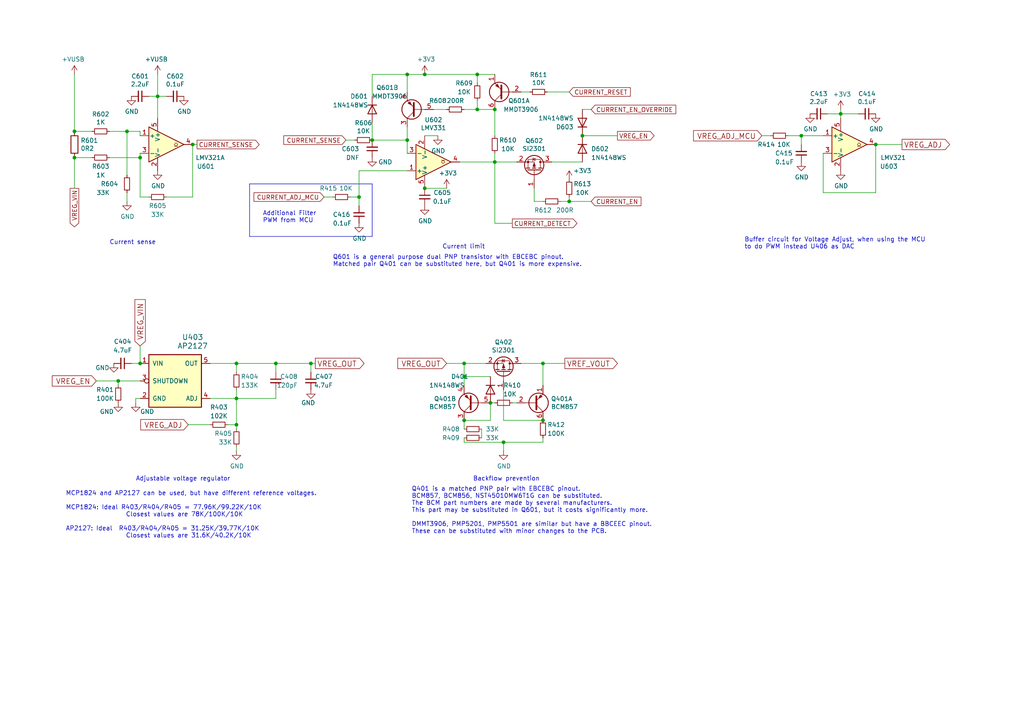
<source format=kicad_sch>
(kicad_sch (version 20230121) (generator eeschema)
  (paper "A4")
  (lib_symbols
    (symbol "BusPirate-5-rev10-rescue:+3.3V-power" (power) (pin_names (offset 0))
      (property "Value" "+3.3V-power" (at 0 3.556 0))
      (symbol "+3.3V-power_0_1"
        (polyline (pts (xy -0.762 1.27) (xy 0 2.54)))
        (polyline (pts (xy 0 0) (xy 0 2.54)))
        (polyline (pts (xy 0 2.54) (xy 0.762 1.27)))
      )
      (symbol "+3.3V-power_1_1"
        (pin power_in line (at 0 0 90) (length 0) hide (name "+3V3") (number "1"))
      )
    )
    (symbol "Comparator:LMV331" (pin_names (offset 0.127))
      (property "Reference" "U" (at 1.27 5.08 0))
      (property "Value" "LMV331" (at 3.81 -5.08 0))
      (symbol "LMV331_0_1"
        (polyline (pts (xy -5.08 5.08) (xy 5.08 0) (xy -5.08 -5.08) (xy -5.08 5.08)) (stroke (width 0.254)) (fill (type background)))
        (polyline (pts (xy 3.302 -0.508) (xy 2.794 -0.508) (xy 3.302 0) (xy 2.794 0.508) (xy 2.286 0) (xy 2.794 -0.508) (xy 2.286 -0.508)) (stroke (width 0.127)))
      )
      (symbol "LMV331_1_1"
        (pin input line (at -7.62 2.54 0) (length 2.54) (name "+") (number "1"))
        (pin power_in line (at -2.54 -7.62 90) (length 3.81) (name "V-") (number "2"))
        (pin input line (at -7.62 -2.54 0) (length 2.54) (name "-") (number "3"))
        (pin open_collector line (at 7.62 0 180) (length 2.54) (name "~") (number "4"))
        (pin power_in line (at -2.54 7.62 270) (length 3.81) (name "V+") (number "5"))
      )
    )
    (symbol "Device:C_Small" (pin_numbers hide) (pin_names (offset 0.254) hide)
      (property "Reference" "C" (at 0.254 1.778 0))
      (property "Value" "C_Small" (at 0.254 -2.032 0))
      (symbol "C_Small_0_1"
        (polyline (pts (xy -1.524 -0.508) (xy 1.524 -0.508)) (stroke (width 0.3302)))
        (polyline (pts (xy -1.524 0.508) (xy 1.524 0.508)) (stroke (width 0.3048)))
      )
      (symbol "C_Small_1_1"
        (pin passive line (at 0 2.54 270) (length 2.032) (name "~") (number "1"))
        (pin passive line (at 0 -2.54 90) (length 2.032) (name "~") (number "2"))
      )
    )
    (symbol "Device:R" (pin_numbers hide) (pin_names (offset 0))
      (property "Reference" "R" (at 2.032 0 90))
      (property "Value" "R" (at 0 0 90))
      (symbol "R_0_1"
        (rectangle (start -1.016 -2.54) (end 1.016 2.54) (stroke (width 0.254)))
      )
      (symbol "R_1_1"
        (pin passive line (at 0 3.81 270) (length 1.27) (name "~") (number "1"))
        (pin passive line (at 0 -3.81 90) (length 1.27) (name "~") (number "2"))
      )
    )
    (symbol "Device:R_Small" (pin_numbers hide) (pin_names (offset 0.254) hide)
      (property "Reference" "R" (at 0.762 0.508 0))
      (property "Value" "R_Small" (at 0.762 -1.016 0))
      (symbol "R_Small_0_1"
        (rectangle (start -0.762 1.778) (end 0.762 -1.778) (stroke (width 0.2032)))
      )
      (symbol "R_Small_1_1"
        (pin passive line (at 0 2.54 270) (length 0.762) (name "~") (number "1"))
        (pin passive line (at 0 -2.54 90) (length 0.762) (name "~") (number "2"))
      )
    )
    (symbol "Diode:1N4148WS" (pin_numbers hide) (pin_names hide)
      (property "Reference" "D" (at 0 2.54 0))
      (property "Value" "1N4148WS" (at 0 -2.54 0))
      (symbol "1N4148WS_0_1"
        (polyline (pts (xy -1.27 1.27) (xy -1.27 -1.27)) (stroke (width 0.254)))
        (polyline (pts (xy 1.27 0) (xy -1.27 0)))
        (polyline (pts (xy 1.27 1.27) (xy 1.27 -1.27) (xy -1.27 0) (xy 1.27 1.27)) (stroke (width 0.254)))
      )
      (symbol "1N4148WS_1_1"
        (pin passive line (at -3.81 0 0) (length 2.54) (name "K") (number "1"))
        (pin passive line (at 3.81 0 180) (length 2.54) (name "A") (number "2"))
      )
    )
    (symbol "Transistor_FET:BSS84" (pin_names hide)
      (property "Reference" "Q" (at 5.08 1.905 0))
      (property "Value" "BSS84" (at 5.08 0 0))
      (symbol "BSS84_0_1"
        (polyline (pts (xy 0.254 0) (xy -2.54 0)))
        (polyline (pts (xy 0.254 1.905) (xy 0.254 -1.905)) (stroke (width 0.254)))
        (polyline (pts (xy 0.762 -1.27) (xy 0.762 -2.286)) (stroke (width 0.254)))
        (polyline (pts (xy 0.762 0.508) (xy 0.762 -0.508)) (stroke (width 0.254)))
        (polyline (pts (xy 0.762 2.286) (xy 0.762 1.27)) (stroke (width 0.254)))
        (polyline (pts (xy 2.54 2.54) (xy 2.54 1.778)))
        (polyline (pts (xy 2.54 -2.54) (xy 2.54 0) (xy 0.762 0)))
        (polyline (pts (xy 0.762 1.778) (xy 3.302 1.778) (xy 3.302 -1.778) (xy 0.762 -1.778)))
        (polyline (pts (xy 2.286 0) (xy 1.27 0.381) (xy 1.27 -0.381) (xy 2.286 0)) (fill (type outline)))
        (polyline (pts (xy 2.794 -0.508) (xy 2.921 -0.381) (xy 3.683 -0.381) (xy 3.81 -0.254)))
        (polyline (pts (xy 3.302 -0.381) (xy 2.921 0.254) (xy 3.683 0.254) (xy 3.302 -0.381)))
        (circle (center 1.651 0) (radius 2.794) (stroke (width 0.254)))
        (circle (center 2.54 -1.778) (radius 0.254) (fill (type outline)))
        (circle (center 2.54 1.778) (radius 0.254) (fill (type outline)))
      )
      (symbol "BSS84_1_1"
        (pin input line (at -5.08 0 0) (length 2.54) (name "G") (number "1"))
        (pin passive line (at 2.54 -5.08 90) (length 2.54) (name "S") (number "2"))
        (pin passive line (at 2.54 5.08 270) (length 2.54) (name "D") (number "3"))
      )
    )
    (symbol "dp-power:+VUSB" (power) (pin_names (offset 1.016))
      (property "Value" "+VUSB" (at 0 5.08 0))
      (symbol "+VUSB_0_1"
        (polyline (pts (xy 0 0) (xy 0 2.54)))
        (polyline (pts (xy 0 2.54) (xy -0.762 1.27)))
        (polyline (pts (xy 0 2.54) (xy 0.762 1.27)))
      )
      (symbol "+VUSB_1_1"
        (pin power_in line (at 0 0 90) (length 0) hide (name "+VUSB") (number "1"))
      )
    )
    (symbol "dp-vreg:MCP1824" (pin_names (offset 1.016))
      (property "Reference" "U" (at 0 12.7 0))
      (property "Value" "MCP1824" (at 0 10.16 0))
      (symbol "MCP1824_0_1"
        (rectangle (start -7.62 7.62) (end 7.62 -7.62) (stroke (width 0.3048)) (fill (type background)))
      )
      (symbol "MCP1824_1_1"
        (pin input line (at -10.16 5.08 0) (length 2.54) (name "VIN") (number "1"))
        (pin input line (at -10.16 -5.08 0) (length 2.54) (name "GND") (number "2"))
        (pin input inverted (at -10.16 0 0) (length 2.54) (name "SHUTDOWN") (number "3"))
        (pin input line (at 10.16 -5.08 180) (length 2.54) (name "ADJ") (number "4"))
        (pin power_out line (at 10.16 5.08 180) (length 2.54) (name "OUT") (number "5"))
      )
    )
    (symbol "kicad5-device:Q_DUAL_PNP_PNP_E1B1C2E2B2C1" (pin_names (offset 0) hide)
      (property "Reference" "Q" (at 5.08 1.27 0))
      (property "Value" "Q_DUAL_PNP_PNP_E1B1C2E2B2C1" (at 5.08 -1.27 0))
      (symbol "Q_DUAL_PNP_PNP_E1B1C2E2B2C1_0_1"
        (polyline (pts (xy 0.635 0) (xy -2.54 0)))
        (polyline (pts (xy 0.635 0.635) (xy 2.54 2.54)))
        (polyline (pts (xy 0.635 -0.635) (xy 2.54 -2.54) (xy 2.54 -2.54)))
        (polyline (pts (xy 0.635 1.905) (xy 0.635 -1.905) (xy 0.635 -1.905)) (stroke (width 0.508)))
        (polyline (pts (xy 2.286 -1.778) (xy 1.778 -2.286) (xy 1.27 -1.27) (xy 2.286 -1.778) (xy 2.286 -1.778)) (fill (type outline)))
        (circle (center 1.27 0) (radius 2.8194) (stroke (width 0.254)))
      )
      (symbol "Q_DUAL_PNP_PNP_E1B1C2E2B2C1_1_1"
        (pin passive line (at 2.54 -5.08 90) (length 2.54) (name "E1") (number "1"))
        (pin input line (at -5.08 0 0) (length 2.54) (name "B1") (number "2"))
        (pin passive line (at 2.54 5.08 270) (length 2.54) (name "C1") (number "6"))
      )
      (symbol "Q_DUAL_PNP_PNP_E1B1C2E2B2C1_2_1"
        (pin passive line (at 2.54 5.08 270) (length 2.54) (name "C2") (number "3"))
        (pin passive line (at 2.54 -5.08 90) (length 2.54) (name "E2") (number "4"))
        (pin input line (at -5.08 0 0) (length 2.54) (name "B2") (number "5"))
      )
    )
    (symbol "power:GND" (power) (pin_names (offset 0))
      (property "Value" "GND" (at 0 -3.81 0))
      (symbol "GND_0_1"
        (polyline (pts (xy 0 0) (xy 0 -1.27) (xy 1.27 -1.27) (xy 0 -2.54) (xy -1.27 -1.27) (xy 0 -1.27)))
      )
      (symbol "GND_1_1"
        (pin power_in line (at 0 0 270) (length 0) hide (name "GND") (number "1"))
      )
    )
  )
  (junction (at 143.51 46.99))
  (junction (at 243.84 33.02))
  (junction (at 68.58 105.41))
  (junction (at 168.91 39.37))
  (junction (at 143.51 31.75))
  (junction (at 254 41.91))
  (junction (at 80.01 105.41))
  (junction (at 107.95 40.64))
  (junction (at 34.29 110.49))
  (junction (at 123.19 21.59))
  (junction (at 134.62 109.22))
  (junction (at 118.11 21.59))
  (junction (at 138.43 31.75))
  (junction (at 45.72 27.94))
  (junction (at 21.59 38.1))
  (junction (at 40.64 45.72))
  (junction (at 68.58 123.19))
  (junction (at 40.64 105.41))
  (junction (at 142.24 116.84))
  (junction (at 134.62 105.41))
  (junction (at 134.62 121.92))
  (junction (at 123.19 54.61))
  (junction (at 157.48 105.41))
  (junction (at 90.17 105.41))
  (junction (at 157.48 121.92))
  (junction (at 55.88 41.91))
  (junction (at 232.41 39.37))
  (junction (at 104.14 57.15))
  (junction (at 146.05 128.27))
  (junction (at 118.11 40.64))
  (junction (at 36.83 38.1))
  (junction (at 68.58 115.57))
  (junction (at 138.43 21.59))
  (junction (at 21.59 45.72))
  (junction (at 165.1 58.42))
  (wire (pts (xy 154.94 58.42) (xy 154.94 54.61)))
  (wire (pts (xy 26.67 45.72) (xy 21.59 45.72)))
  (wire (pts (xy 104.14 49.53) (xy 104.14 57.15)))
  (wire (pts (xy 68.58 130.81) (xy 68.58 129.54)))
  (wire (pts (xy 118.11 49.53) (xy 104.14 49.53)))
  (wire (pts (xy 118.11 40.64) (xy 118.11 44.45)))
  (wire (pts (xy 165.1 26.67) (xy 158.75 26.67)))
  (wire (pts (xy 68.58 124.46) (xy 68.58 123.19)))
  (wire (pts (xy 157.48 121.92) (xy 146.05 121.92)))
  (wire (pts (xy 107.95 40.64) (xy 118.11 40.64)))
  (wire (pts (xy 157.48 105.41) (xy 157.48 111.76)))
  (wire (pts (xy 123.19 21.59) (xy 118.11 21.59)))
  (wire (pts (xy 31.75 38.1) (xy 36.83 38.1)))
  (wire (pts (xy 129.54 105.41) (xy 134.62 105.41)))
  (wire (pts (xy 143.51 116.84) (xy 142.24 116.84)))
  (wire (pts (xy 102.87 40.64) (xy 100.33 40.64)))
  (wire (pts (xy 134.62 121.92) (xy 142.24 121.92)))
  (wire (pts (xy 68.58 115.57) (xy 80.01 115.57)))
  (wire (pts (xy 133.35 46.99) (xy 143.51 46.99)))
  (wire (pts (xy 101.6 57.15) (xy 104.14 57.15)))
  (wire (pts (xy 148.59 116.84) (xy 149.86 116.84)))
  (wire (pts (xy 40.64 115.57) (xy 39.37 115.57)))
  (wire (pts (xy 146.05 128.27) (xy 134.62 128.27)))
  (wire (pts (xy 40.64 38.1) (xy 40.64 39.37)))
  (wire (pts (xy 40.64 57.15) (xy 40.64 45.72)))
  (wire (pts (xy 157.48 105.41) (xy 163.83 105.41)))
  (wire (pts (xy 104.14 57.15) (xy 104.14 59.69)))
  (wire (pts (xy 45.72 27.94) (xy 45.72 21.59)))
  (wire (pts (xy 146.05 121.92) (xy 146.05 113.03)))
  (wire (pts (xy 21.59 38.1) (xy 21.59 21.59)))
  (wire (pts (xy 68.58 115.57) (xy 68.58 113.03)))
  (wire (pts (xy 34.29 110.49) (xy 27.94 110.49)))
  (wire (pts (xy 129.54 31.75) (xy 125.73 31.75)))
  (wire (pts (xy 134.62 31.75) (xy 138.43 31.75)))
  (wire (pts (xy 68.58 107.95) (xy 68.58 105.41)))
  (wire (pts (xy 107.95 21.59) (xy 107.95 27.94)))
  (wire (pts (xy 90.17 105.41) (xy 91.44 105.41)))
  (wire (pts (xy 138.43 31.75) (xy 143.51 31.75)))
  (wire (pts (xy 142.24 109.22) (xy 134.62 109.22)))
  (wire (pts (xy 43.18 57.15) (xy 40.64 57.15)))
  (wire (pts (xy 143.51 64.77) (xy 143.51 46.99)))
  (wire (pts (xy 134.62 109.22) (xy 134.62 105.41)))
  (wire (pts (xy 36.83 55.88) (xy 36.83 58.42)))
  (wire (pts (xy 55.88 41.91) (xy 55.88 57.15)))
  (wire (pts (xy 54.61 123.19) (xy 60.96 123.19)))
  (wire (pts (xy 243.84 31.75) (xy 243.84 33.02)))
  (wire (pts (xy 21.59 45.72) (xy 21.59 54.61)))
  (wire (pts (xy 55.88 57.15) (xy 48.26 57.15)))
  (wire (pts (xy 60.96 105.41) (xy 68.58 105.41)))
  (polyline (pts (xy 107.95 68.58) (xy 72.39 68.58)))
  (wire (pts (xy 157.48 58.42) (xy 154.94 58.42)))
  (wire (pts (xy 171.45 58.42) (xy 165.1 58.42)))
  (wire (pts (xy 123.19 21.59) (xy 138.43 21.59)))
  (wire (pts (xy 80.01 115.57) (xy 80.01 113.03)))
  (wire (pts (xy 138.43 21.59) (xy 143.51 21.59)))
  (wire (pts (xy 68.58 105.41) (xy 80.01 105.41)))
  (wire (pts (xy 40.64 44.45) (xy 40.64 45.72)))
  (wire (pts (xy 123.19 54.61) (xy 129.54 54.61)))
  (wire (pts (xy 118.11 21.59) (xy 107.95 21.59)))
  (wire (pts (xy 143.51 46.99) (xy 143.51 44.45)))
  (wire (pts (xy 160.02 46.99) (xy 168.91 46.99)))
  (wire (pts (xy 40.64 100.33) (xy 40.64 105.41)))
  (wire (pts (xy 96.52 57.15) (xy 93.98 57.15)))
  (wire (pts (xy 151.13 105.41) (xy 157.48 105.41)))
  (wire (pts (xy 90.17 105.41) (xy 90.17 107.95)))
  (wire (pts (xy 55.88 41.91) (xy 57.15 41.91)))
  (wire (pts (xy 68.58 123.19) (xy 68.58 115.57)))
  (wire (pts (xy 153.67 26.67) (xy 151.13 26.67)))
  (wire (pts (xy 123.19 39.37) (xy 127 39.37)))
  (wire (pts (xy 148.59 64.77) (xy 143.51 64.77)))
  (wire (pts (xy 223.52 39.37) (xy 220.98 39.37)))
  (polyline (pts (xy 72.39 53.34) (xy 107.95 53.34)))
  (wire (pts (xy 146.05 130.81) (xy 146.05 128.27)))
  (wire (pts (xy 179.07 39.37) (xy 168.91 39.37)))
  (wire (pts (xy 238.76 55.88) (xy 254 55.88)))
  (wire (pts (xy 118.11 26.67) (xy 118.11 21.59)))
  (wire (pts (xy 107.95 35.56) (xy 107.95 40.64)))
  (wire (pts (xy 232.41 39.37) (xy 228.6 39.37)))
  (wire (pts (xy 38.1 105.41) (xy 40.64 105.41)))
  (wire (pts (xy 34.29 111.76) (xy 34.29 110.49)))
  (wire (pts (xy 60.96 115.57) (xy 68.58 115.57)))
  (wire (pts (xy 26.67 38.1) (xy 21.59 38.1)))
  (wire (pts (xy 139.7 124.46) (xy 139.7 127)))
  (wire (pts (xy 134.62 111.76) (xy 134.62 109.22)))
  (wire (pts (xy 140.97 105.41) (xy 134.62 105.41)))
  (wire (pts (xy 157.48 127) (xy 157.48 128.27)))
  (wire (pts (xy 66.04 123.19) (xy 68.58 123.19)))
  (wire (pts (xy 118.11 36.83) (xy 118.11 40.64)))
  (wire (pts (xy 36.83 50.8) (xy 36.83 38.1)))
  (wire (pts (xy 40.64 110.49) (xy 34.29 110.49)))
  (wire (pts (xy 261.62 41.91) (xy 254 41.91)))
  (wire (pts (xy 143.51 39.37) (xy 143.51 31.75)))
  (wire (pts (xy 138.43 24.13) (xy 138.43 21.59)))
  (wire (pts (xy 165.1 58.42) (xy 162.56 58.42)))
  (wire (pts (xy 80.01 107.95) (xy 80.01 105.41)))
  (wire (pts (xy 80.01 105.41) (xy 90.17 105.41)))
  (wire (pts (xy 243.84 33.02) (xy 248.92 33.02)))
  (wire (pts (xy 254 55.88) (xy 254 41.91)))
  (polyline (pts (xy 72.39 68.58) (xy 72.39 53.34)))
  (wire (pts (xy 149.86 46.99) (xy 143.51 46.99)))
  (wire (pts (xy 238.76 39.37) (xy 232.41 39.37)))
  (wire (pts (xy 40.64 45.72) (xy 31.75 45.72)))
  (polyline (pts (xy 107.95 53.34) (xy 107.95 68.58)))
  (wire (pts (xy 138.43 29.21) (xy 138.43 31.75)))
  (wire (pts (xy 134.62 127) (xy 134.62 128.27)))
  (wire (pts (xy 43.18 27.94) (xy 45.72 27.94)))
  (wire (pts (xy 36.83 38.1) (xy 40.64 38.1)))
  (wire (pts (xy 238.76 44.45) (xy 238.76 55.88)))
  (wire (pts (xy 240.03 33.02) (xy 243.84 33.02)))
  (wire (pts (xy 243.84 34.29) (xy 243.84 33.02)))
  (wire (pts (xy 45.72 27.94) (xy 45.72 34.29)))
  (wire (pts (xy 157.48 128.27) (xy 146.05 128.27)))
  (wire (pts (xy 165.1 57.15) (xy 165.1 58.42)))
  (wire (pts (xy 232.41 41.91) (xy 232.41 39.37)))
  (wire (pts (xy 171.45 31.75) (xy 168.91 31.75)))
  (wire (pts (xy 134.62 121.92) (xy 134.62 124.46)))
  (wire (pts (xy 39.37 115.57) (xy 39.37 116.84)))
  (wire (pts (xy 45.72 27.94) (xy 48.26 27.94)))
  (wire (pts (xy 142.24 116.84) (xy 142.24 121.92)))
  (text "Adjustable voltage regulator" (at 39.37 139.7 0) (effects (font (size 1.27 1.27)) (justify left bottom)))
  (text "Buffer circuit for Voltage Adjust, when using the MCU\nto do PWM instead U406 as DAC" (at 215.9 72.39 0) (effects (font (size 1.27 1.27)) (justify left bottom)))
  (text "Current sense" (at 31.75 71.12 0) (effects (font (size 1.27 1.27)) (justify left bottom)))
  (text "Backflow prevention" (at 137.16 139.7 0) (effects (font (size 1.27 1.27)) (justify left bottom)))
  (text "Additional Filter\nPWM from MCU" (at 76.2 64.77 0) (effects (font (size 1.27 1.27)) (justify left bottom)))
  (text "MCP1824 and AP2127 can be used, but have different reference voltages.\n\nMCP1824: Ideal R403/R404/R405 = 77.96K/99.22K/10K\n                  Closest values are 78K/100K/10K\n\nAP2127: Ideal  R403/R404/R405 = 31.25K/39.77K/10K\n                  Closest values are 31.6K/40.2K/10K" (at 19.05 156.21 0) (effects (font (size 1.27 1.27)) (justify left bottom)))
  (text "Current limit" (at 128.27 72.39 0) (effects (font (size 1.27 1.27)) (justify left bottom)))
  (text "Q401 is a matched PNP pair with EBCEBC pinout.\nBCM857, BCM856, NST45010MW6T1G can be substituted. \nThe BCM part numbers are made by several manufacturers.\nThis part may be substituted in Q601, but it costs significantly more.\n\nDMMT3906, PMP5201, PMP5501 are similar but have a BBCEEC pinout.\nThese can be substituted with minor changes to the PCB." (at 119.38 154.94 0) (effects (font (size 1.27 1.27)) (justify left bottom)))
  (text "Q601 is a general purpose dual PNP transistor with EBCEBC pinout. \nMatched pair Q401 can be substituted here, but Q401 is more expensive.\n" (at 96.52 77.47 0) (effects (font (size 1.27 1.27)) (justify left bottom)))
  (global_label "VREG_VIN" (shape output) (at 21.59 54.61 270) (property "Intersheetrefs" "${INTERSHEET_REFS}" (effects hide)))
  (global_label "CURRENT_DETECT" (shape output) (at 148.59 64.77 0) (property "Intersheetrefs" "${INTERSHEET_REFS}" (effects hide)))
  (global_label "VREG_OUT" (shape input) (at 129.54 105.41 180) (effects (font (size 1.524 1.524))) (property "Intersheetrefs" "${INTERSHEET_REFS}" (effects hide)))
  (global_label "VREG_ADJ" (shape input) (at 54.61 123.19 180) (effects (font (size 1.524 1.524))) (property "Intersheetrefs" "${INTERSHEET_REFS}" (effects hide)))
  (global_label "VREG_EN" (shape output) (at 179.07 39.37 0) (property "Intersheetrefs" "${INTERSHEET_REFS}" (effects hide)))
  (global_label "VREG_ADJ_MCU" (shape input) (at 220.98 39.37 180) (effects (font (size 1.524 1.524))) (property "Intersheetrefs" "${INTERSHEET_REFS}" (effects hide)))
  (global_label "VREF_VOUT" (shape output) (at 163.83 105.41 0) (effects (font (size 1.524 1.524))) (property "Intersheetrefs" "${INTERSHEET_REFS}" (effects hide)))
  (global_label "CURRENT_SENSE" (shape input) (at 100.33 40.64 180) (property "Intersheetrefs" "${INTERSHEET_REFS}" (effects hide)))
  (global_label "VREG_EN" (shape input) (at 27.94 110.49 180) (effects (font (size 1.524 1.524))) (property "Intersheetrefs" "${INTERSHEET_REFS}" (effects hide)))
  (global_label "CURRENT_ADJ_MCU" (shape input) (at 93.98 57.15 180) (property "Intersheetrefs" "${INTERSHEET_REFS}" (effects hide)))
  (global_label "CURRENT_SENSE" (shape output) (at 57.15 41.91 0) (property "Intersheetrefs" "${INTERSHEET_REFS}" (effects hide)))
  (global_label "VREG_VIN" (shape input) (at 40.64 100.33 90) (effects (font (size 1.524 1.524))) (property "Intersheetrefs" "${INTERSHEET_REFS}" (effects hide)))
  (global_label "CURRENT_EN" (shape input) (at 171.45 58.42 0) (property "Intersheetrefs" "${INTERSHEET_REFS}" (effects hide)))
  (global_label "VREG_ADJ" (shape output) (at 261.62 41.91 0) (effects (font (size 1.524 1.524))) (property "Intersheetrefs" "${INTERSHEET_REFS}" (effects hide)))
  (global_label "VREG_OUT" (shape output) (at 91.44 105.41 0) (effects (font (size 1.524 1.524))) (property "Intersheetrefs" "${INTERSHEET_REFS}" (effects hide)))
  (global_label "CURRENT_EN_OVERRIDE" (shape input) (at 171.45 31.75 0) (property "Intersheetrefs" "${INTERSHEET_REFS}" (effects hide)))
  (global_label "CURRENT_RESET" (shape input) (at 165.1 26.67 0) (property "Intersheetrefs" "${INTERSHEET_REFS}" (effects hide)))
  (symbol (lib_id "dp-vreg:MCP1824") (at 50.8 110.49 0) (unit 1)
    (property "Reference" "U403" (at 55.88 97.79 0) (effects (font (size 1.524 1.524))))
    (property "Value" "AP2127" (at 55.88 100.33 0) (effects (font (size 1.524 1.524))))
    (property "Footprint" "Package_TO_SOT_SMD:SOT-23-5" (effects hide))
    (property "RMB" "2.68" (effects hide))
    (property "Supplier" " https://item.szlcsc.com/157049.html" (effects hide))
    (instances (project "BusPirate-5-rev10" (path "" (reference "U403") (unit 1)) (path "" (reference "U?") (unit 1))))
  )
  (symbol (lib_id "power:GND") (at 39.37 116.84 0) (unit 1)
    (property "Reference" "#PWR0412" (effects hide))
    (property "Value" "GND" (at 40.64 119.38 0) (effects (justify left)))
  )
  (symbol (lib_id "Device:C_Small") (at 90.17 110.49 0) (unit 1)
    (property "Reference" "C407" (at 96.52 109.22 0) (effects (justify right)))
    (property "Value" "4.7uF" (at 96.52 111.76 0) (effects (justify right)))
    (property "Footprint" "Capacitor_SMD:C_0402_1005Metric" (effects hide))
    (property "RMB" "0.037726" (effects hide))
    (property "Supplier" "https://item.szlcsc.com/1877.html" (effects hide))
  )
  (symbol (lib_id "power:GND") (at 90.17 113.03 0) (unit 1)
    (property "Reference" "#PWR0419" (effects hide))
    (property "Value" "GND" (at 91.44 116.84 0) (effects (justify right)))
  )
  (symbol (lib_id "Transistor_FET:BSS84") (at 146.05 107.95 270) (mirror x) (unit 1)
    (property "Reference" "Q402" (at 146.05 99.2378 90))
    (property "Value" "SI2301" (at 146.05 101.5492 90))
    (property "Footprint" "Package_TO_SOT_SMD:SOT-523" (effects hide))
    (property "Datasheet" "http://www.aosmd.com/pdfs/datasheet/AO3401A.pdf" (effects hide))
    (property "RMB" "0.232494" (effects hide))
    (property "Supplier" "https://item.szlcsc.com/76686.html" (effects hide))
  )
  (symbol (lib_id "Device:R_Small") (at 137.16 124.46 270) (unit 1)
    (property "Reference" "R408" (at 133.35 124.46 90) (effects (justify right)))
    (property "Value" "33K" (at 144.78 124.46 90) (effects (justify right)))
    (property "Footprint" "Resistor_SMD:R_0402_1005Metric" (effects hide))
    (property "RMB" "0.005541" (effects hide))
    (property "Supplier" "https://item.szlcsc.com/141563.html" (effects hide))
  )
  (symbol (lib_id "power:GND") (at 146.05 130.81 0) (unit 1)
    (property "Reference" "#PWR0426" (effects hide))
    (property "Value" "GND" (at 146.177 135.2042 0))
  )
  (symbol (lib_id "Device:R_Small") (at 157.48 124.46 0) (unit 1)
    (property "Reference" "R412" (at 158.75 123.19 0) (effects (justify left)))
    (property "Value" "100K" (at 158.75 125.73 0) (effects (justify left)))
    (property "Footprint" "Resistor_SMD:R_0402_1005Metric" (effects hide))
    (property "RMB" "0.005749" (effects hide))
    (property "Supplier" "https://item.szlcsc.com/61543.html" (effects hide))
  )
  (symbol (lib_id "Device:C_Small") (at 35.56 105.41 270) (unit 1)
    (property "Reference" "C404" (at 35.56 99.06 90))
    (property "Value" "4.7uF" (at 35.56 101.6 90))
    (property "Footprint" "Capacitor_SMD:C_0402_1005Metric" (effects hide))
    (property "RMB" "0.037726" (effects hide))
    (property "Supplier" "https://item.szlcsc.com/1877.html" (effects hide))
  )
  (symbol (lib_id "power:GND") (at 33.02 105.41 0) (unit 1)
    (property "Reference" "#PWR0410" (effects hide))
    (property "Value" "GND" (at 31.75 106.68 0) (effects (justify right)))
  )
  (symbol (lib_id "Device:R_Small") (at 34.29 114.3 0) (unit 1)
    (property "Reference" "R401" (at 33.02 113.03 0) (effects (justify right)))
    (property "Value" "100K" (at 33.02 115.57 0) (effects (justify right)))
    (property "Footprint" "Resistor_SMD:R_0402_1005Metric" (effects hide))
    (property "RMB" "0.005749" (effects hide))
    (property "Supplier" "https://item.szlcsc.com/61543.html" (effects hide))
  )
  (symbol (lib_id "power:GND") (at 34.29 116.84 0) (unit 1)
    (property "Reference" "#PWR0411" (effects hide))
    (property "Value" "GND" (at 33.02 119.38 0) (effects (justify right)))
  )
  (symbol (lib_id "Device:R_Small") (at 68.58 110.49 0) (unit 1)
    (property "Reference" "R404" (at 69.85 109.22 0) (effects (justify left)))
    (property "Value" "133K" (at 69.85 111.76 0) (effects (justify left)))
    (property "Footprint" "Resistor_SMD:R_0402_1005Metric" (effects hide))
    (property "RMB" "0.005749" (effects hide))
    (property "Supplier" "https://item.szlcsc.com/61543.html" (effects hide))
  )
  (symbol (lib_id "Device:R_Small") (at 68.58 127 0) (unit 1)
    (property "Reference" "R405" (at 67.31 125.73 0) (effects (justify right)))
    (property "Value" "33K" (at 67.31 128.27 0) (effects (justify right)))
    (property "Footprint" "Resistor_SMD:R_0402_1005Metric" (effects hide))
    (property "RMB" "0.004864" (effects hide))
    (property "Supplier" "https://item.szlcsc.com/61542.html" (effects hide))
  )
  (symbol (lib_id "Device:R_Small") (at 63.5 123.19 90) (unit 1)
    (property "Reference" "R403" (at 63.5 118.11 90))
    (property "Value" "102K" (at 63.5 120.65 90))
    (property "Footprint" "Resistor_SMD:R_0402_1005Metric" (effects hide))
    (property "RMB" "0.005944" (effects hide))
    (property "Supplier" "https://item.szlcsc.com/174835.html" (effects hide))
  )
  (symbol (lib_id "power:GND") (at 68.58 130.81 0) (unit 1)
    (property "Reference" "#PWR0417" (effects hide))
    (property "Value" "GND" (at 68.707 135.2042 0))
  )
  (symbol (lib_id "Device:R_Small") (at 29.21 38.1 270) (unit 1)
    (property "Reference" "R602" (at 29.21 33.1216 90))
    (property "Value" "1K" (at 29.21 35.433 90))
    (property "Footprint" "Resistor_SMD:R_0402_1005Metric" (effects hide))
    (property "RMB" "0.005622" (effects hide))
    (property "Supplier" "https://item.szlcsc.com/107450.html" (effects hide))
  )
  (symbol (lib_id "Device:R") (at 21.59 41.91 0) (unit 1)
    (property "Reference" "R601" (at 23.368 40.7416 0) (effects (justify left)))
    (property "Value" "0R2" (at 23.368 43.053 0) (effects (justify left)))
    (property "Footprint" "Resistor_SMD:R_2512_6332Metric_Pad1.40x3.35mm_HandSolder" (effects hide))
    (property "RMB" "0.418328" (effects hide))
    (property "Supplier" "https://item.szlcsc.com/464030.html" (effects hide))
  )
  (symbol (lib_id "Device:R_Small") (at 29.21 45.72 270) (unit 1)
    (property "Reference" "R603" (at 29.21 48.26 90))
    (property "Value" "1K" (at 29.21 50.8 90))
    (property "Footprint" "Resistor_SMD:R_0402_1005Metric" (effects hide))
    (property "RMB" "0.005622" (effects hide))
    (property "Supplier" "https://item.szlcsc.com/107450.html" (effects hide))
  )
  (symbol (lib_id "Device:R_Small") (at 36.83 53.34 180) (unit 1)
    (property "Reference" "R604" (at 29.21 53.34 0) (effects (justify right)))
    (property "Value" "33K" (at 27.94 55.88 0) (effects (justify right)))
    (property "Footprint" "Resistor_SMD:R_0402_1005Metric" (effects hide))
    (property "RMB" "0.005541" (effects hide))
    (property "Supplier" "https://item.szlcsc.com/141563.html" (effects hide))
  )
  (symbol (lib_id "power:GND") (at 36.83 58.42 0) (unit 1)
    (property "Reference" "#PWR0602" (effects hide))
    (property "Value" "GND" (at 36.957 62.8142 0))
  )
  (symbol (lib_id "power:GND") (at 45.72 49.53 0) (unit 1)
    (property "Reference" "#PWR0605" (effects hide))
    (property "Value" "GND" (at 45.847 53.9242 0))
  )
  (symbol (lib_id "Device:R_Small") (at 45.72 57.15 270) (unit 1)
    (property "Reference" "R605" (at 45.72 59.69 90))
    (property "Value" "33K" (at 45.72 62.23 90))
    (property "Footprint" "Resistor_SMD:R_0402_1005Metric" (effects hide))
    (property "RMB" "0.005541" (effects hide))
    (property "Supplier" "https://item.szlcsc.com/141563.html" (effects hide))
  )
  (symbol (lib_id "Device:C_Small") (at 50.8 27.94 270) (unit 1)
    (property "Reference" "C602" (at 50.8 22.1234 90))
    (property "Value" "0.1uF" (at 50.8 24.4348 90))
    (property "Footprint" "Capacitor_SMD:C_0402_1005Metric" (effects hide))
    (property "RMB" "0.00628" (effects hide))
    (property "Supplier" "https://item.szlcsc.com/1877.html" (effects hide))
  )
  (symbol (lib_id "Device:C_Small") (at 40.64 27.94 270) (unit 1)
    (property "Reference" "C601" (at 40.64 22.1234 90))
    (property "Value" "2.2uF" (at 40.64 24.4348 90))
    (property "Footprint" "Capacitor_SMD:C_0402_1005Metric" (effects hide))
    (property "RMB" "0.043101" (effects hide))
    (property "Supplier" "https://item.szlcsc.com/108589.html" (effects hide))
  )
  (symbol (lib_id "power:GND") (at 53.34 27.94 0) (unit 1)
    (property "Reference" "#PWR0606" (effects hide))
    (property "Value" "GND" (at 53.467 32.3342 0))
  )
  (symbol (lib_id "power:GND") (at 38.1 27.94 0) (unit 1)
    (property "Reference" "#PWR0603" (effects hide))
    (property "Value" "GND" (at 38.227 32.3342 0))
  )
  (symbol (lib_id "Device:R_Small") (at 105.41 40.64 270) (unit 1)
    (property "Reference" "R606" (at 105.41 35.6616 90))
    (property "Value" "10K" (at 105.41 37.973 90))
    (property "Footprint" "Resistor_SMD:R_0402_1005Metric" (effects hide))
  )
  (symbol (lib_id "Device:C_Small") (at 107.95 43.18 180) (unit 1)
    (property "Reference" "C603" (at 99.06 43.18 0) (effects (justify right)))
    (property "Value" "DNF" (at 100.33 45.72 0) (effects (justify right)))
    (property "Footprint" "Capacitor_SMD:C_0402_1005Metric" (effects hide))
  )
  (symbol (lib_id "power:GND") (at 107.95 45.72 0) (unit 1)
    (property "Reference" "#PWR0607" (effects hide))
    (property "Value" "GND" (at 111.76 46.99 0))
  )
  (symbol (lib_id "BusPirate-5-rev10-rescue:+3.3V-power") (at 123.19 21.59 0) (unit 1)
    (property "Reference" "#PWR0609" (effects hide))
    (property "Value" "+3.3V" (at 123.571 17.1958 0))
  )
  (symbol (lib_id "Device:C_Small") (at 123.19 57.15 0) (unit 1)
    (property "Reference" "C605" (at 128.27 55.88 0))
    (property "Value" "0.1uF" (at 128.27 58.42 0))
    (property "Footprint" "Capacitor_SMD:C_0402_1005Metric" (effects hide))
    (property "RMB" "0.00628" (effects hide))
    (property "Supplier" "https://item.szlcsc.com/1877.html" (effects hide))
  )
  (symbol (lib_id "power:GND") (at 123.19 59.69 0) (unit 1)
    (property "Reference" "#PWR0610" (effects hide))
    (property "Value" "GND" (at 123.317 64.0842 0))
  )
  (symbol (lib_id "dp-power:+VUSB") (at 45.72 21.59 0) (unit 1)
    (property "Reference" "#PWR0604" (effects hide))
    (property "Value" "+VUSB" (at 45.339 17.1958 0))
  )
  (symbol (lib_id "dp-power:+VUSB") (at 21.59 21.59 0) (unit 1)
    (property "Reference" "#PWR0601" (effects hide))
    (property "Value" "+VUSB" (at 21.209 17.1958 0))
  )
  (symbol (lib_id "Diode:1N4148WS") (at 107.95 31.75 270) (unit 1)
    (property "Reference" "D601" (at 101.6 27.94 90) (effects (justify left)))
    (property "Value" "1N4148WS" (at 96.52 30.48 90) (effects (justify left)))
    (property "Footprint" "Diode_SMD:D_SOD-523" (effects hide))
    (property "Datasheet" "https://www.vishay.com/docs/85751/1n4148ws.pdf" (effects hide))
    (property "RMB" "0.182079" (effects hide))
    (property "Supplier" "https://item.szlcsc.com/120141.html" (effects hide))
  )
  (symbol (lib_id "Device:R_Small") (at 137.16 127 270) (unit 1)
    (property "Reference" "R409" (at 133.35 127 90) (effects (justify right)))
    (property "Value" "33K" (at 144.78 127 90) (effects (justify right)))
    (property "Footprint" "Resistor_SMD:R_0402_1005Metric" (effects hide))
    (property "RMB" "0.005541" (effects hide))
    (property "Supplier" "https://item.szlcsc.com/141563.html" (effects hide))
  )
  (symbol (lib_id "BusPirate-5-rev10-rescue:+3.3V-power") (at 129.54 54.61 0) (unit 1)
    (property "Reference" "#PWR0612" (effects hide))
    (property "Value" "+3.3V" (at 129.921 50.2158 0))
  )
  (symbol (lib_id "Diode:1N4148WS") (at 142.24 113.03 270) (unit 1)
    (property "Reference" "D401" (at 130.81 109.22 90) (effects (justify left)))
    (property "Value" "1N4148WS" (at 124.46 111.76 90) (effects (justify left)))
    (property "Footprint" "Diode_SMD:D_SOD-523" (effects hide))
    (property "Datasheet" "https://www.vishay.com/docs/85751/1n4148ws.pdf" (effects hide))
    (property "RMB" "0.182079" (effects hide))
    (property "Supplier" "https://item.szlcsc.com/120141.html" (effects hide))
  )
  (symbol (lib_id "Device:R_Small") (at 146.05 116.84 270) (unit 1)
    (property "Reference" "R410" (at 151.13 111.76 90) (effects (justify right)))
    (property "Value" "10K" (at 149.86 114.3 90) (effects (justify right)))
    (property "Footprint" "Resistor_SMD:R_0402_1005Metric" (effects hide))
    (property "RMB" "0.005541" (effects hide))
    (property "Supplier" "https://item.szlcsc.com/141563.html" (effects hide))
  )
  (symbol (lib_id "power:GND") (at 127 39.37 0) (unit 1)
    (property "Reference" "#PWR0611" (effects hide))
    (property "Value" "GND" (at 127.127 43.7642 0))
  )
  (symbol (lib_id "Device:R_Small") (at 132.08 31.75 90) (unit 1)
    (property "Reference" "R608" (at 127 29.21 90))
    (property "Value" "200R" (at 132.08 29.21 90))
    (property "Footprint" "Resistor_SMD:R_0402_1005Metric" (effects hide))
  )
  (symbol (lib_id "Device:R_Small") (at 138.43 26.67 0) (unit 1)
    (property "Reference" "R609" (at 134.62 24.13 0))
    (property "Value" "10K" (at 134.62 26.67 0))
    (property "Footprint" "Resistor_SMD:R_0402_1005Metric" (effects hide))
  )
  (symbol (lib_id "Device:R_Small") (at 143.51 41.91 0) (unit 1)
    (property "Reference" "R610" (at 147.32 40.64 0))
    (property "Value" "10K" (at 147.32 43.18 0))
    (property "Footprint" "Resistor_SMD:R_0402_1005Metric" (effects hide))
  )
  (symbol (lib_id "Transistor_FET:BSS84") (at 154.94 49.53 270) (mirror x) (unit 1)
    (property "Reference" "Q602" (at 154.94 40.8178 90))
    (property "Value" "SI2301" (at 154.94 43.1292 90))
    (property "Footprint" "Package_TO_SOT_SMD:SOT-523" (effects hide))
    (property "Datasheet" "http://www.aosmd.com/pdfs/datasheet/AO3401A.pdf" (effects hide))
    (property "RMB" "0.232494" (effects hide))
    (property "Supplier" "https://item.szlcsc.com/76686.html" (effects hide))
  )
  (symbol (lib_id "Device:R_Small") (at 160.02 58.42 90) (unit 1)
    (property "Reference" "R612" (at 157.48 60.96 90))
    (property "Value" "200R" (at 163.83 60.96 90))
    (property "Footprint" "Resistor_SMD:R_0402_1005Metric" (effects hide))
  )
  (symbol (lib_id "Device:R_Small") (at 165.1 54.61 0) (unit 1)
    (property "Reference" "R613" (at 168.91 53.34 0))
    (property "Value" "10K" (at 168.91 55.88 0))
    (property "Footprint" "Resistor_SMD:R_0402_1005Metric" (effects hide))
  )
  (symbol (lib_id "BusPirate-5-rev10-rescue:+3.3V-power") (at 165.1 52.07 0) (unit 1)
    (property "Reference" "#PWR0613" (effects hide))
    (property "Value" "+3.3V" (at 168.91 49.53 0))
  )
  (symbol (lib_id "Device:R_Small") (at 156.21 26.67 270) (unit 1)
    (property "Reference" "R611" (at 156.21 21.6916 90))
    (property "Value" "10K" (at 156.21 24.003 90))
    (property "Footprint" "Resistor_SMD:R_0402_1005Metric" (effects hide))
  )
  (symbol (lib_id "kicad5-device:Q_DUAL_PNP_PNP_E1B1C2E2B2C1") (at 146.05 26.67 180) (unit 1)
    (property "Reference" "Q601" (at 153.67 29.21 0) (effects (justify left)))
    (property "Value" "MMDT3906" (at 156.21 31.75 0) (effects (justify left)))
    (property "Footprint" "Package_TO_SOT_SMD:SOT-363_SC-70-6" (effects hide))
  )
  (symbol (lib_id "kicad5-device:Q_DUAL_PNP_PNP_E1B1C2E2B2C1") (at 120.65 31.75 180) (unit 2)
    (property "Reference" "Q601" (at 115.57 25.4 0) (effects (justify left)))
    (property "Value" "MMDT3906" (at 118.11 27.94 0) (effects (justify left)))
    (property "Footprint" "Package_TO_SOT_SMD:SOT-363_SC-70-6" (effects hide))
  )
  (symbol (lib_id "kicad5-device:Q_DUAL_PNP_PNP_E1B1C2E2B2C1") (at 154.94 116.84 0) (mirror x) (unit 1)
    (property "Reference" "Q401" (at 159.7914 115.6716 0) (effects (justify left)))
    (property "Value" "BCM857" (at 159.7914 117.983 0) (effects (justify left)))
    (property "Footprint" "Package_TO_SOT_SMD:SOT-363_SC-70-6" (effects hide))
  )
  (symbol (lib_id "kicad5-device:Q_DUAL_PNP_PNP_E1B1C2E2B2C1") (at 137.16 116.84 180) (unit 2)
    (property "Reference" "Q401" (at 132.3086 115.6716 0) (effects (justify left)))
    (property "Value" "BCM857" (at 132.3086 117.983 0) (effects (justify left)))
    (property "Footprint" "Package_TO_SOT_SMD:SOT-363_SC-70-6" (effects hide))
  )
  (symbol (lib_id "Diode:1N4148WS") (at 168.91 43.18 270) (unit 1)
    (property "Reference" "D602" (at 171.45 43.18 90) (effects (justify left)))
    (property "Value" "1N4148WS" (at 171.45 45.72 90) (effects (justify left)))
    (property "Footprint" "Diode_SMD:D_SOD-523" (effects hide))
    (property "Datasheet" "https://www.vishay.com/docs/85751/1n4148ws.pdf" (effects hide))
    (property "RMB" "0.182079" (effects hide))
    (property "Supplier" "https://item.szlcsc.com/120141.html" (effects hide))
  )
  (symbol (lib_id "Diode:1N4148WS") (at 168.91 35.56 90) (unit 1)
    (property "Reference" "D603" (at 166.37 36.83 90) (effects (justify left)))
    (property "Value" "1N4148WS" (at 166.37 34.29 90) (effects (justify left)))
    (property "Footprint" "Diode_SMD:D_SOD-523" (effects hide))
    (property "Datasheet" "https://www.vishay.com/docs/85751/1n4148ws.pdf" (effects hide))
    (property "RMB" "0.182079" (effects hide))
    (property "Supplier" "https://item.szlcsc.com/120141.html" (effects hide))
  )
  (symbol (lib_id "power:GND") (at 243.84 49.53 0) (unit 1)
    (property "Reference" "#PWR0132" (effects hide))
    (property "Value" "GND" (at 243.967 53.9242 0))
  )
  (symbol (lib_id "BusPirate-5-rev10-rescue:+3.3V-power") (at 243.84 31.75 0) (unit 1)
    (property "Reference" "#PWR0133" (effects hide))
    (property "Value" "+3.3V" (at 244.221 27.3558 0))
  )
  (symbol (lib_id "Device:C_Small") (at 237.49 33.02 270) (unit 1)
    (property "Reference" "C413" (at 237.49 27.2034 90))
    (property "Value" "2.2uF" (at 237.49 29.5148 90))
    (property "Footprint" "Capacitor_SMD:C_0402_1005Metric" (effects hide))
    (property "RMB" "0.043101" (effects hide))
    (property "Supplier" "https://item.szlcsc.com/108589.html" (effects hide))
  )
  (symbol (lib_id "Device:C_Small") (at 251.46 33.02 270) (unit 1)
    (property "Reference" "C414" (at 251.46 27.2034 90))
    (property "Value" "0.1uF" (at 251.46 29.5148 90))
    (property "Footprint" "Capacitor_SMD:C_0402_1005Metric" (effects hide))
    (property "RMB" "0.00628" (effects hide))
    (property "Supplier" "https://item.szlcsc.com/1877.html" (effects hide))
  )
  (symbol (lib_id "power:GND") (at 254 33.02 0) (unit 1)
    (property "Reference" "#PWR0134" (effects hide))
    (property "Value" "GND" (at 254.127 37.4142 0))
  )
  (symbol (lib_id "power:GND") (at 234.95 33.02 0) (unit 1)
    (property "Reference" "#PWR0135" (effects hide))
    (property "Value" "GND" (at 235.077 37.4142 0))
  )
  (symbol (lib_id "Device:C_Small") (at 232.41 44.45 180) (unit 1)
    (property "Reference" "C415" (at 224.79 44.45 0) (effects (justify right)))
    (property "Value" "0.1uF" (at 224.79 46.99 0) (effects (justify right)))
    (property "Footprint" "Capacitor_SMD:C_0402_1005Metric" (effects hide))
  )
  (symbol (lib_id "Device:R_Small") (at 226.06 39.37 270) (unit 1)
    (property "Reference" "R414" (at 222.25 41.91 90))
    (property "Value" "10K" (at 227.33 41.91 90))
    (property "Footprint" "Resistor_SMD:R_0402_1005Metric" (effects hide))
  )
  (symbol (lib_id "power:GND") (at 232.41 46.99 0) (unit 1)
    (property "Reference" "#PWR0136" (effects hide))
    (property "Value" "GND" (at 232.537 51.3842 0))
  )
  (symbol (lib_id "Device:R_Small") (at 99.06 57.15 270) (unit 1)
    (property "Reference" "R415" (at 95.25 54.61 90))
    (property "Value" "10K" (at 100.33 54.61 90))
    (property "Footprint" "Resistor_SMD:R_0402_1005Metric" (effects hide))
  )
  (symbol (lib_id "Device:C_Small") (at 104.14 62.23 180) (unit 1)
    (property "Reference" "C416" (at 96.52 62.23 0) (effects (justify right)))
    (property "Value" "0.1uF" (at 96.52 64.77 0) (effects (justify right)))
    (property "Footprint" "Capacitor_SMD:C_0402_1005Metric" (effects hide))
  )
  (symbol (lib_id "power:GND") (at 104.14 64.77 0) (unit 1)
    (property "Reference" "#PWR0137" (effects hide))
    (property "Value" "GND" (at 104.267 69.1642 0))
  )
  (symbol (lib_id "Device:C_Small") (at 80.01 110.49 0) (unit 1)
    (property "Reference" "C408" (at 86.36 109.22 0) (effects (justify right)))
    (property "Value" "120pF" (at 86.36 111.76 0) (effects (justify right)))
    (property "Footprint" "Capacitor_SMD:C_0402_1005Metric" (effects hide))
    (property "RMB" "0.037726" (effects hide))
    (property "Supplier" "https://item.szlcsc.com/1877.html" (effects hide))
  )
  (symbol (lib_id "Comparator:LMV331") (at 125.73 46.99 0) (mirror x) (unit 1)
    (property "Reference" "U602" (at 125.73 34.7726 0))
    (property "Value" "LMV331" (at 125.73 37.084 0))
    (property "Footprint" "Package_TO_SOT_SMD:SOT-23-5" (effects hide))
    (property "Datasheet" "http://www.ti.com/lit/ds/symlink/lmv331.pdf" (effects hide))
  )
  (symbol (lib_id "Comparator:LMV331") (at 48.26 41.91 0) (unit 1)
    (property "Reference" "U601" (at 59.69 48.26 0))
    (property "Value" "LMV321A" (at 60.96 45.72 0))
    (property "Footprint" "Package_TO_SOT_SMD:SOT-23-5" (effects hide))
    (property "Datasheet" "http://www.ti.com/lit/ds/symlink/lmv331.pdf" (effects hide))
  )
  (symbol (lib_id "Comparator:LMV331") (at 246.38 41.91 0) (unit 1)
    (property "Reference" "U603" (at 257.81 48.26 0))
    (property "Value" "LMV321" (at 259.08 45.72 0))
    (property "Footprint" "Package_TO_SOT_SMD:SOT-23-5" (effects hide))
    (property "Datasheet" "http://www.ti.com/lit/ds/symlink/lmv331.pdf" (effects hide))
  )
)
</source>
